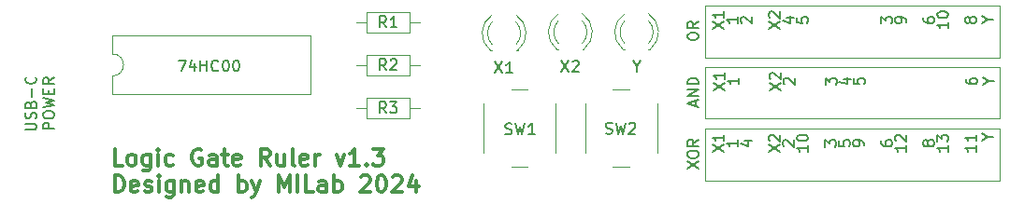
<source format=gto>
%TF.GenerationSoftware,KiCad,Pcbnew,(6.0.10)*%
%TF.CreationDate,2024-05-12T12:00:46+09:00*%
%TF.ProjectId,simpleLogicCircuit,73696d70-6c65-44c6-9f67-696343697263,rev?*%
%TF.SameCoordinates,Original*%
%TF.FileFunction,Legend,Top*%
%TF.FilePolarity,Positive*%
%FSLAX46Y46*%
G04 Gerber Fmt 4.6, Leading zero omitted, Abs format (unit mm)*
G04 Created by KiCad (PCBNEW (6.0.10)) date 2024-05-12 12:00:46*
%MOMM*%
%LPD*%
G01*
G04 APERTURE LIST*
%ADD10C,0.300000*%
%ADD11C,0.150000*%
%ADD12C,0.120000*%
G04 APERTURE END LIST*
D10*
X51466428Y-50621071D02*
X50752142Y-50621071D01*
X50752142Y-49121071D01*
X52180714Y-50621071D02*
X52037857Y-50549642D01*
X51966428Y-50478214D01*
X51895000Y-50335357D01*
X51895000Y-49906785D01*
X51966428Y-49763928D01*
X52037857Y-49692500D01*
X52180714Y-49621071D01*
X52395000Y-49621071D01*
X52537857Y-49692500D01*
X52609285Y-49763928D01*
X52680714Y-49906785D01*
X52680714Y-50335357D01*
X52609285Y-50478214D01*
X52537857Y-50549642D01*
X52395000Y-50621071D01*
X52180714Y-50621071D01*
X53966428Y-49621071D02*
X53966428Y-50835357D01*
X53895000Y-50978214D01*
X53823571Y-51049642D01*
X53680714Y-51121071D01*
X53466428Y-51121071D01*
X53323571Y-51049642D01*
X53966428Y-50549642D02*
X53823571Y-50621071D01*
X53537857Y-50621071D01*
X53395000Y-50549642D01*
X53323571Y-50478214D01*
X53252142Y-50335357D01*
X53252142Y-49906785D01*
X53323571Y-49763928D01*
X53395000Y-49692500D01*
X53537857Y-49621071D01*
X53823571Y-49621071D01*
X53966428Y-49692500D01*
X54680714Y-50621071D02*
X54680714Y-49621071D01*
X54680714Y-49121071D02*
X54609285Y-49192500D01*
X54680714Y-49263928D01*
X54752142Y-49192500D01*
X54680714Y-49121071D01*
X54680714Y-49263928D01*
X56037857Y-50549642D02*
X55895000Y-50621071D01*
X55609285Y-50621071D01*
X55466428Y-50549642D01*
X55395000Y-50478214D01*
X55323571Y-50335357D01*
X55323571Y-49906785D01*
X55395000Y-49763928D01*
X55466428Y-49692500D01*
X55609285Y-49621071D01*
X55895000Y-49621071D01*
X56037857Y-49692500D01*
X58609285Y-49192500D02*
X58466428Y-49121071D01*
X58252142Y-49121071D01*
X58037857Y-49192500D01*
X57895000Y-49335357D01*
X57823571Y-49478214D01*
X57752142Y-49763928D01*
X57752142Y-49978214D01*
X57823571Y-50263928D01*
X57895000Y-50406785D01*
X58037857Y-50549642D01*
X58252142Y-50621071D01*
X58395000Y-50621071D01*
X58609285Y-50549642D01*
X58680714Y-50478214D01*
X58680714Y-49978214D01*
X58395000Y-49978214D01*
X59966428Y-50621071D02*
X59966428Y-49835357D01*
X59895000Y-49692500D01*
X59752142Y-49621071D01*
X59466428Y-49621071D01*
X59323571Y-49692500D01*
X59966428Y-50549642D02*
X59823571Y-50621071D01*
X59466428Y-50621071D01*
X59323571Y-50549642D01*
X59252142Y-50406785D01*
X59252142Y-50263928D01*
X59323571Y-50121071D01*
X59466428Y-50049642D01*
X59823571Y-50049642D01*
X59966428Y-49978214D01*
X60466428Y-49621071D02*
X61037857Y-49621071D01*
X60680714Y-49121071D02*
X60680714Y-50406785D01*
X60752142Y-50549642D01*
X60895000Y-50621071D01*
X61037857Y-50621071D01*
X62109285Y-50549642D02*
X61966428Y-50621071D01*
X61680714Y-50621071D01*
X61537857Y-50549642D01*
X61466428Y-50406785D01*
X61466428Y-49835357D01*
X61537857Y-49692500D01*
X61680714Y-49621071D01*
X61966428Y-49621071D01*
X62109285Y-49692500D01*
X62180714Y-49835357D01*
X62180714Y-49978214D01*
X61466428Y-50121071D01*
X64823571Y-50621071D02*
X64323571Y-49906785D01*
X63966428Y-50621071D02*
X63966428Y-49121071D01*
X64537857Y-49121071D01*
X64680714Y-49192500D01*
X64752142Y-49263928D01*
X64823571Y-49406785D01*
X64823571Y-49621071D01*
X64752142Y-49763928D01*
X64680714Y-49835357D01*
X64537857Y-49906785D01*
X63966428Y-49906785D01*
X66109285Y-49621071D02*
X66109285Y-50621071D01*
X65466428Y-49621071D02*
X65466428Y-50406785D01*
X65537857Y-50549642D01*
X65680714Y-50621071D01*
X65895000Y-50621071D01*
X66037857Y-50549642D01*
X66109285Y-50478214D01*
X67037857Y-50621071D02*
X66895000Y-50549642D01*
X66823571Y-50406785D01*
X66823571Y-49121071D01*
X68180714Y-50549642D02*
X68037857Y-50621071D01*
X67752142Y-50621071D01*
X67609285Y-50549642D01*
X67537857Y-50406785D01*
X67537857Y-49835357D01*
X67609285Y-49692500D01*
X67752142Y-49621071D01*
X68037857Y-49621071D01*
X68180714Y-49692500D01*
X68252142Y-49835357D01*
X68252142Y-49978214D01*
X67537857Y-50121071D01*
X68895000Y-50621071D02*
X68895000Y-49621071D01*
X68895000Y-49906785D02*
X68966428Y-49763928D01*
X69037857Y-49692500D01*
X69180714Y-49621071D01*
X69323571Y-49621071D01*
X70823571Y-49621071D02*
X71180714Y-50621071D01*
X71537857Y-49621071D01*
X72895000Y-50621071D02*
X72037857Y-50621071D01*
X72466428Y-50621071D02*
X72466428Y-49121071D01*
X72323571Y-49335357D01*
X72180714Y-49478214D01*
X72037857Y-49549642D01*
X73537857Y-50478214D02*
X73609285Y-50549642D01*
X73537857Y-50621071D01*
X73466428Y-50549642D01*
X73537857Y-50478214D01*
X73537857Y-50621071D01*
X74109285Y-49121071D02*
X75037857Y-49121071D01*
X74537857Y-49692500D01*
X74752142Y-49692500D01*
X74895000Y-49763928D01*
X74966428Y-49835357D01*
X75037857Y-49978214D01*
X75037857Y-50335357D01*
X74966428Y-50478214D01*
X74895000Y-50549642D01*
X74752142Y-50621071D01*
X74323571Y-50621071D01*
X74180714Y-50549642D01*
X74109285Y-50478214D01*
X50752142Y-53036071D02*
X50752142Y-51536071D01*
X51109285Y-51536071D01*
X51323571Y-51607500D01*
X51466428Y-51750357D01*
X51537857Y-51893214D01*
X51609285Y-52178928D01*
X51609285Y-52393214D01*
X51537857Y-52678928D01*
X51466428Y-52821785D01*
X51323571Y-52964642D01*
X51109285Y-53036071D01*
X50752142Y-53036071D01*
X52823571Y-52964642D02*
X52680714Y-53036071D01*
X52395000Y-53036071D01*
X52252142Y-52964642D01*
X52180714Y-52821785D01*
X52180714Y-52250357D01*
X52252142Y-52107500D01*
X52395000Y-52036071D01*
X52680714Y-52036071D01*
X52823571Y-52107500D01*
X52895000Y-52250357D01*
X52895000Y-52393214D01*
X52180714Y-52536071D01*
X53466428Y-52964642D02*
X53609285Y-53036071D01*
X53895000Y-53036071D01*
X54037857Y-52964642D01*
X54109285Y-52821785D01*
X54109285Y-52750357D01*
X54037857Y-52607500D01*
X53895000Y-52536071D01*
X53680714Y-52536071D01*
X53537857Y-52464642D01*
X53466428Y-52321785D01*
X53466428Y-52250357D01*
X53537857Y-52107500D01*
X53680714Y-52036071D01*
X53895000Y-52036071D01*
X54037857Y-52107500D01*
X54752142Y-53036071D02*
X54752142Y-52036071D01*
X54752142Y-51536071D02*
X54680714Y-51607500D01*
X54752142Y-51678928D01*
X54823571Y-51607500D01*
X54752142Y-51536071D01*
X54752142Y-51678928D01*
X56109285Y-52036071D02*
X56109285Y-53250357D01*
X56037857Y-53393214D01*
X55966428Y-53464642D01*
X55823571Y-53536071D01*
X55609285Y-53536071D01*
X55466428Y-53464642D01*
X56109285Y-52964642D02*
X55966428Y-53036071D01*
X55680714Y-53036071D01*
X55537857Y-52964642D01*
X55466428Y-52893214D01*
X55395000Y-52750357D01*
X55395000Y-52321785D01*
X55466428Y-52178928D01*
X55537857Y-52107500D01*
X55680714Y-52036071D01*
X55966428Y-52036071D01*
X56109285Y-52107500D01*
X56823571Y-52036071D02*
X56823571Y-53036071D01*
X56823571Y-52178928D02*
X56895000Y-52107500D01*
X57037857Y-52036071D01*
X57252142Y-52036071D01*
X57395000Y-52107500D01*
X57466428Y-52250357D01*
X57466428Y-53036071D01*
X58752142Y-52964642D02*
X58609285Y-53036071D01*
X58323571Y-53036071D01*
X58180714Y-52964642D01*
X58109285Y-52821785D01*
X58109285Y-52250357D01*
X58180714Y-52107500D01*
X58323571Y-52036071D01*
X58609285Y-52036071D01*
X58752142Y-52107500D01*
X58823571Y-52250357D01*
X58823571Y-52393214D01*
X58109285Y-52536071D01*
X60109285Y-53036071D02*
X60109285Y-51536071D01*
X60109285Y-52964642D02*
X59966428Y-53036071D01*
X59680714Y-53036071D01*
X59537857Y-52964642D01*
X59466428Y-52893214D01*
X59395000Y-52750357D01*
X59395000Y-52321785D01*
X59466428Y-52178928D01*
X59537857Y-52107500D01*
X59680714Y-52036071D01*
X59966428Y-52036071D01*
X60109285Y-52107500D01*
X61966428Y-53036071D02*
X61966428Y-51536071D01*
X61966428Y-52107500D02*
X62109285Y-52036071D01*
X62395000Y-52036071D01*
X62537857Y-52107500D01*
X62609285Y-52178928D01*
X62680714Y-52321785D01*
X62680714Y-52750357D01*
X62609285Y-52893214D01*
X62537857Y-52964642D01*
X62395000Y-53036071D01*
X62109285Y-53036071D01*
X61966428Y-52964642D01*
X63180714Y-52036071D02*
X63537857Y-53036071D01*
X63895000Y-52036071D02*
X63537857Y-53036071D01*
X63395000Y-53393214D01*
X63323571Y-53464642D01*
X63180714Y-53536071D01*
X65609285Y-53036071D02*
X65609285Y-51536071D01*
X66109285Y-52607500D01*
X66609285Y-51536071D01*
X66609285Y-53036071D01*
X67323571Y-53036071D02*
X67323571Y-51536071D01*
X68752142Y-53036071D02*
X68037857Y-53036071D01*
X68037857Y-51536071D01*
X69895000Y-53036071D02*
X69895000Y-52250357D01*
X69823571Y-52107500D01*
X69680714Y-52036071D01*
X69395000Y-52036071D01*
X69252142Y-52107500D01*
X69895000Y-52964642D02*
X69752142Y-53036071D01*
X69395000Y-53036071D01*
X69252142Y-52964642D01*
X69180714Y-52821785D01*
X69180714Y-52678928D01*
X69252142Y-52536071D01*
X69395000Y-52464642D01*
X69752142Y-52464642D01*
X69895000Y-52393214D01*
X70609285Y-53036071D02*
X70609285Y-51536071D01*
X70609285Y-52107500D02*
X70752142Y-52036071D01*
X71037857Y-52036071D01*
X71180714Y-52107500D01*
X71252142Y-52178928D01*
X71323571Y-52321785D01*
X71323571Y-52750357D01*
X71252142Y-52893214D01*
X71180714Y-52964642D01*
X71037857Y-53036071D01*
X70752142Y-53036071D01*
X70609285Y-52964642D01*
X73037857Y-51678928D02*
X73109285Y-51607500D01*
X73252142Y-51536071D01*
X73609285Y-51536071D01*
X73752142Y-51607500D01*
X73823571Y-51678928D01*
X73895000Y-51821785D01*
X73895000Y-51964642D01*
X73823571Y-52178928D01*
X72966428Y-53036071D01*
X73895000Y-53036071D01*
X74823571Y-51536071D02*
X74966428Y-51536071D01*
X75109285Y-51607500D01*
X75180714Y-51678928D01*
X75252142Y-51821785D01*
X75323571Y-52107500D01*
X75323571Y-52464642D01*
X75252142Y-52750357D01*
X75180714Y-52893214D01*
X75109285Y-52964642D01*
X74966428Y-53036071D01*
X74823571Y-53036071D01*
X74680714Y-52964642D01*
X74609285Y-52893214D01*
X74537857Y-52750357D01*
X74466428Y-52464642D01*
X74466428Y-52107500D01*
X74537857Y-51821785D01*
X74609285Y-51678928D01*
X74680714Y-51607500D01*
X74823571Y-51536071D01*
X75895000Y-51678928D02*
X75966428Y-51607500D01*
X76109285Y-51536071D01*
X76466428Y-51536071D01*
X76609285Y-51607500D01*
X76680714Y-51678928D01*
X76752142Y-51821785D01*
X76752142Y-51964642D01*
X76680714Y-52178928D01*
X75823571Y-53036071D01*
X76752142Y-53036071D01*
X78037857Y-52036071D02*
X78037857Y-53036071D01*
X77680714Y-51464642D02*
X77323571Y-52536071D01*
X78252142Y-52536071D01*
D11*
X42647380Y-47380952D02*
X43456904Y-47380952D01*
X43552142Y-47333333D01*
X43599761Y-47285714D01*
X43647380Y-47190476D01*
X43647380Y-47000000D01*
X43599761Y-46904761D01*
X43552142Y-46857142D01*
X43456904Y-46809523D01*
X42647380Y-46809523D01*
X43599761Y-46380952D02*
X43647380Y-46238095D01*
X43647380Y-46000000D01*
X43599761Y-45904761D01*
X43552142Y-45857142D01*
X43456904Y-45809523D01*
X43361666Y-45809523D01*
X43266428Y-45857142D01*
X43218809Y-45904761D01*
X43171190Y-46000000D01*
X43123571Y-46190476D01*
X43075952Y-46285714D01*
X43028333Y-46333333D01*
X42933095Y-46380952D01*
X42837857Y-46380952D01*
X42742619Y-46333333D01*
X42695000Y-46285714D01*
X42647380Y-46190476D01*
X42647380Y-45952380D01*
X42695000Y-45809523D01*
X43123571Y-45047619D02*
X43171190Y-44904761D01*
X43218809Y-44857142D01*
X43314047Y-44809523D01*
X43456904Y-44809523D01*
X43552142Y-44857142D01*
X43599761Y-44904761D01*
X43647380Y-45000000D01*
X43647380Y-45380952D01*
X42647380Y-45380952D01*
X42647380Y-45047619D01*
X42695000Y-44952380D01*
X42742619Y-44904761D01*
X42837857Y-44857142D01*
X42933095Y-44857142D01*
X43028333Y-44904761D01*
X43075952Y-44952380D01*
X43123571Y-45047619D01*
X43123571Y-45380952D01*
X43266428Y-44380952D02*
X43266428Y-43619047D01*
X43552142Y-42571428D02*
X43599761Y-42619047D01*
X43647380Y-42761904D01*
X43647380Y-42857142D01*
X43599761Y-43000000D01*
X43504523Y-43095238D01*
X43409285Y-43142857D01*
X43218809Y-43190476D01*
X43075952Y-43190476D01*
X42885476Y-43142857D01*
X42790238Y-43095238D01*
X42695000Y-43000000D01*
X42647380Y-42857142D01*
X42647380Y-42761904D01*
X42695000Y-42619047D01*
X42742619Y-42571428D01*
X45257380Y-47309523D02*
X44257380Y-47309523D01*
X44257380Y-46928571D01*
X44305000Y-46833333D01*
X44352619Y-46785714D01*
X44447857Y-46738095D01*
X44590714Y-46738095D01*
X44685952Y-46785714D01*
X44733571Y-46833333D01*
X44781190Y-46928571D01*
X44781190Y-47309523D01*
X44257380Y-46119047D02*
X44257380Y-45928571D01*
X44305000Y-45833333D01*
X44400238Y-45738095D01*
X44590714Y-45690476D01*
X44924047Y-45690476D01*
X45114523Y-45738095D01*
X45209761Y-45833333D01*
X45257380Y-45928571D01*
X45257380Y-46119047D01*
X45209761Y-46214285D01*
X45114523Y-46309523D01*
X44924047Y-46357142D01*
X44590714Y-46357142D01*
X44400238Y-46309523D01*
X44305000Y-46214285D01*
X44257380Y-46119047D01*
X44257380Y-45357142D02*
X45257380Y-45119047D01*
X44543095Y-44928571D01*
X45257380Y-44738095D01*
X44257380Y-44500000D01*
X44733571Y-44119047D02*
X44733571Y-43785714D01*
X45257380Y-43642857D02*
X45257380Y-44119047D01*
X44257380Y-44119047D01*
X44257380Y-43642857D01*
X45257380Y-42642857D02*
X44781190Y-42976190D01*
X45257380Y-43214285D02*
X44257380Y-43214285D01*
X44257380Y-42833333D01*
X44305000Y-42738095D01*
X44352619Y-42690476D01*
X44447857Y-42642857D01*
X44590714Y-42642857D01*
X44685952Y-42690476D01*
X44733571Y-42738095D01*
X44781190Y-42833333D01*
X44781190Y-43214285D01*
%TO.C,X1*%
X85190476Y-41202380D02*
X85857142Y-42202380D01*
X85857142Y-41202380D02*
X85190476Y-42202380D01*
X86761904Y-42202380D02*
X86190476Y-42202380D01*
X86476190Y-42202380D02*
X86476190Y-41202380D01*
X86380952Y-41345238D01*
X86285714Y-41440476D01*
X86190476Y-41488095D01*
%TO.C,AND*%
X103315666Y-45198404D02*
X103315666Y-44722214D01*
X103601380Y-45293642D02*
X102601380Y-44960309D01*
X103601380Y-44626976D01*
X103601380Y-44293642D02*
X102601380Y-44293642D01*
X103601380Y-43722214D01*
X102601380Y-43722214D01*
X103601380Y-43246023D02*
X102601380Y-43246023D01*
X102601380Y-43007928D01*
X102649000Y-42865071D01*
X102744238Y-42769833D01*
X102839476Y-42722214D01*
X103029952Y-42674595D01*
X103172809Y-42674595D01*
X103363285Y-42722214D01*
X103458523Y-42769833D01*
X103553761Y-42865071D01*
X103601380Y-43007928D01*
X103601380Y-43246023D01*
X116720714Y-42762023D02*
X117387380Y-42762023D01*
X116339761Y-43000119D02*
X117054047Y-43238214D01*
X117054047Y-42619166D01*
X107227380Y-42666785D02*
X107227380Y-43238214D01*
X107227380Y-42952500D02*
X106227380Y-42952500D01*
X106370238Y-43047738D01*
X106465476Y-43142976D01*
X106513095Y-43238214D01*
X110037380Y-43762023D02*
X111037380Y-43095357D01*
X110037380Y-43095357D02*
X111037380Y-43762023D01*
X110132619Y-42762023D02*
X110085000Y-42714404D01*
X110037380Y-42619166D01*
X110037380Y-42381071D01*
X110085000Y-42285833D01*
X110132619Y-42238214D01*
X110227857Y-42190595D01*
X110323095Y-42190595D01*
X110465952Y-42238214D01*
X111037380Y-42809642D01*
X111037380Y-42190595D01*
X111402619Y-43238214D02*
X111355000Y-43190595D01*
X111307380Y-43095357D01*
X111307380Y-42857261D01*
X111355000Y-42762023D01*
X111402619Y-42714404D01*
X111497857Y-42666785D01*
X111593095Y-42666785D01*
X111735952Y-42714404D01*
X112307380Y-43285833D01*
X112307380Y-42666785D01*
X115117380Y-43285833D02*
X115117380Y-42666785D01*
X115498333Y-43000119D01*
X115498333Y-42857261D01*
X115545952Y-42762023D01*
X115593571Y-42714404D01*
X115688809Y-42666785D01*
X115926904Y-42666785D01*
X116022142Y-42714404D01*
X116069761Y-42762023D01*
X116117380Y-42857261D01*
X116117380Y-43142976D01*
X116069761Y-43238214D01*
X116022142Y-43285833D01*
X127817380Y-42762023D02*
X127817380Y-42952500D01*
X127865000Y-43047738D01*
X127912619Y-43095357D01*
X128055476Y-43190595D01*
X128245952Y-43238214D01*
X128626904Y-43238214D01*
X128722142Y-43190595D01*
X128769761Y-43142976D01*
X128817380Y-43047738D01*
X128817380Y-42857261D01*
X128769761Y-42762023D01*
X128722142Y-42714404D01*
X128626904Y-42666785D01*
X128388809Y-42666785D01*
X128293571Y-42714404D01*
X128245952Y-42762023D01*
X128198333Y-42857261D01*
X128198333Y-43047738D01*
X128245952Y-43142976D01*
X128293571Y-43190595D01*
X128388809Y-43238214D01*
X117657380Y-42714404D02*
X117657380Y-43190595D01*
X118133571Y-43238214D01*
X118085952Y-43190595D01*
X118038333Y-43095357D01*
X118038333Y-42857261D01*
X118085952Y-42762023D01*
X118133571Y-42714404D01*
X118228809Y-42666785D01*
X118466904Y-42666785D01*
X118562142Y-42714404D01*
X118609761Y-42762023D01*
X118657380Y-42857261D01*
X118657380Y-43095357D01*
X118609761Y-43190595D01*
X118562142Y-43238214D01*
X129865190Y-42952500D02*
X130341380Y-42952500D01*
X129341380Y-43285833D02*
X129865190Y-42952500D01*
X129341380Y-42619166D01*
X104957380Y-43762023D02*
X105957380Y-43095357D01*
X104957380Y-43095357D02*
X105957380Y-43762023D01*
X105957380Y-42190595D02*
X105957380Y-42762023D01*
X105957380Y-42476309D02*
X104957380Y-42476309D01*
X105100238Y-42571547D01*
X105195476Y-42666785D01*
X105243095Y-42762023D01*
%TO.C,X2*%
X91190476Y-41102380D02*
X91857142Y-42102380D01*
X91857142Y-41102380D02*
X91190476Y-42102380D01*
X92190476Y-41197619D02*
X92238095Y-41150000D01*
X92333333Y-41102380D01*
X92571428Y-41102380D01*
X92666666Y-41150000D01*
X92714285Y-41197619D01*
X92761904Y-41292857D01*
X92761904Y-41388095D01*
X92714285Y-41530952D01*
X92142857Y-42102380D01*
X92761904Y-42102380D01*
%TO.C,Y*%
X98000000Y-41626190D02*
X98000000Y-42102380D01*
X97666666Y-41102380D02*
X98000000Y-41626190D01*
X98333333Y-41102380D01*
%TO.C,R3*%
X75333333Y-45852380D02*
X75000000Y-45376190D01*
X74761904Y-45852380D02*
X74761904Y-44852380D01*
X75142857Y-44852380D01*
X75238095Y-44900000D01*
X75285714Y-44947619D01*
X75333333Y-45042857D01*
X75333333Y-45185714D01*
X75285714Y-45280952D01*
X75238095Y-45328571D01*
X75142857Y-45376190D01*
X74761904Y-45376190D01*
X75666666Y-44852380D02*
X76285714Y-44852380D01*
X75952380Y-45233333D01*
X76095238Y-45233333D01*
X76190476Y-45280952D01*
X76238095Y-45328571D01*
X76285714Y-45423809D01*
X76285714Y-45661904D01*
X76238095Y-45757142D01*
X76190476Y-45804761D01*
X76095238Y-45852380D01*
X75809523Y-45852380D01*
X75714285Y-45804761D01*
X75666666Y-45757142D01*
%TO.C,SW2*%
X95216666Y-47704761D02*
X95359523Y-47752380D01*
X95597619Y-47752380D01*
X95692857Y-47704761D01*
X95740476Y-47657142D01*
X95788095Y-47561904D01*
X95788095Y-47466666D01*
X95740476Y-47371428D01*
X95692857Y-47323809D01*
X95597619Y-47276190D01*
X95407142Y-47228571D01*
X95311904Y-47180952D01*
X95264285Y-47133333D01*
X95216666Y-47038095D01*
X95216666Y-46942857D01*
X95264285Y-46847619D01*
X95311904Y-46800000D01*
X95407142Y-46752380D01*
X95645238Y-46752380D01*
X95788095Y-46800000D01*
X96121428Y-46752380D02*
X96359523Y-47752380D01*
X96550000Y-47038095D01*
X96740476Y-47752380D01*
X96978571Y-46752380D01*
X97311904Y-46847619D02*
X97359523Y-46800000D01*
X97454761Y-46752380D01*
X97692857Y-46752380D01*
X97788095Y-46800000D01*
X97835714Y-46847619D01*
X97883333Y-46942857D01*
X97883333Y-47038095D01*
X97835714Y-47180952D01*
X97264285Y-47752380D01*
X97883333Y-47752380D01*
%TO.C,R2*%
X75333333Y-41952380D02*
X75000000Y-41476190D01*
X74761904Y-41952380D02*
X74761904Y-40952380D01*
X75142857Y-40952380D01*
X75238095Y-41000000D01*
X75285714Y-41047619D01*
X75333333Y-41142857D01*
X75333333Y-41285714D01*
X75285714Y-41380952D01*
X75238095Y-41428571D01*
X75142857Y-41476190D01*
X74761904Y-41476190D01*
X75714285Y-41047619D02*
X75761904Y-41000000D01*
X75857142Y-40952380D01*
X76095238Y-40952380D01*
X76190476Y-41000000D01*
X76238095Y-41047619D01*
X76285714Y-41142857D01*
X76285714Y-41238095D01*
X76238095Y-41380952D01*
X75666666Y-41952380D01*
X76285714Y-41952380D01*
%TO.C,74HC00*%
X56514285Y-41052380D02*
X57180952Y-41052380D01*
X56752380Y-42052380D01*
X57990476Y-41385714D02*
X57990476Y-42052380D01*
X57752380Y-41004761D02*
X57514285Y-41719047D01*
X58133333Y-41719047D01*
X58514285Y-42052380D02*
X58514285Y-41052380D01*
X58514285Y-41528571D02*
X59085714Y-41528571D01*
X59085714Y-42052380D02*
X59085714Y-41052380D01*
X60133333Y-41957142D02*
X60085714Y-42004761D01*
X59942857Y-42052380D01*
X59847619Y-42052380D01*
X59704761Y-42004761D01*
X59609523Y-41909523D01*
X59561904Y-41814285D01*
X59514285Y-41623809D01*
X59514285Y-41480952D01*
X59561904Y-41290476D01*
X59609523Y-41195238D01*
X59704761Y-41100000D01*
X59847619Y-41052380D01*
X59942857Y-41052380D01*
X60085714Y-41100000D01*
X60133333Y-41147619D01*
X60752380Y-41052380D02*
X60847619Y-41052380D01*
X60942857Y-41100000D01*
X60990476Y-41147619D01*
X61038095Y-41242857D01*
X61085714Y-41433333D01*
X61085714Y-41671428D01*
X61038095Y-41861904D01*
X60990476Y-41957142D01*
X60942857Y-42004761D01*
X60847619Y-42052380D01*
X60752380Y-42052380D01*
X60657142Y-42004761D01*
X60609523Y-41957142D01*
X60561904Y-41861904D01*
X60514285Y-41671428D01*
X60514285Y-41433333D01*
X60561904Y-41242857D01*
X60609523Y-41147619D01*
X60657142Y-41100000D01*
X60752380Y-41052380D01*
X61704761Y-41052380D02*
X61800000Y-41052380D01*
X61895238Y-41100000D01*
X61942857Y-41147619D01*
X61990476Y-41242857D01*
X62038095Y-41433333D01*
X62038095Y-41671428D01*
X61990476Y-41861904D01*
X61942857Y-41957142D01*
X61895238Y-42004761D01*
X61800000Y-42052380D01*
X61704761Y-42052380D01*
X61609523Y-42004761D01*
X61561904Y-41957142D01*
X61514285Y-41861904D01*
X61466666Y-41671428D01*
X61466666Y-41433333D01*
X61514285Y-41242857D01*
X61561904Y-41147619D01*
X61609523Y-41100000D01*
X61704761Y-41052380D01*
%TO.C,XOR*%
X102601380Y-50941142D02*
X103601380Y-50274476D01*
X102601380Y-50274476D02*
X103601380Y-50941142D01*
X102601380Y-49703047D02*
X102601380Y-49512571D01*
X102649000Y-49417333D01*
X102744238Y-49322095D01*
X102934714Y-49274476D01*
X103268047Y-49274476D01*
X103458523Y-49322095D01*
X103553761Y-49417333D01*
X103601380Y-49512571D01*
X103601380Y-49703047D01*
X103553761Y-49798285D01*
X103458523Y-49893523D01*
X103268047Y-49941142D01*
X102934714Y-49941142D01*
X102744238Y-49893523D01*
X102649000Y-49798285D01*
X102601380Y-49703047D01*
X103601380Y-48274476D02*
X103125190Y-48607809D01*
X103601380Y-48845904D02*
X102601380Y-48845904D01*
X102601380Y-48464952D01*
X102649000Y-48369714D01*
X102696619Y-48322095D01*
X102791857Y-48274476D01*
X102934714Y-48274476D01*
X103029952Y-48322095D01*
X103077571Y-48369714D01*
X103125190Y-48464952D01*
X103125190Y-48845904D01*
X111332619Y-48885714D02*
X111285000Y-48838095D01*
X111237380Y-48742857D01*
X111237380Y-48504761D01*
X111285000Y-48409523D01*
X111332619Y-48361904D01*
X111427857Y-48314285D01*
X111523095Y-48314285D01*
X111665952Y-48361904D01*
X112237380Y-48933333D01*
X112237380Y-48314285D01*
X116317380Y-48361904D02*
X116317380Y-48838095D01*
X116793571Y-48885714D01*
X116745952Y-48838095D01*
X116698333Y-48742857D01*
X116698333Y-48504761D01*
X116745952Y-48409523D01*
X116793571Y-48361904D01*
X116888809Y-48314285D01*
X117126904Y-48314285D01*
X117222142Y-48361904D01*
X117269761Y-48409523D01*
X117317380Y-48504761D01*
X117317380Y-48742857D01*
X117269761Y-48838095D01*
X117222142Y-48885714D01*
X109967380Y-49409523D02*
X110967380Y-48742857D01*
X109967380Y-48742857D02*
X110967380Y-49409523D01*
X110062619Y-48409523D02*
X110015000Y-48361904D01*
X109967380Y-48266666D01*
X109967380Y-48028571D01*
X110015000Y-47933333D01*
X110062619Y-47885714D01*
X110157857Y-47838095D01*
X110253095Y-47838095D01*
X110395952Y-47885714D01*
X110967380Y-48457142D01*
X110967380Y-47838095D01*
X104887380Y-49409523D02*
X105887380Y-48742857D01*
X104887380Y-48742857D02*
X105887380Y-49409523D01*
X105887380Y-47838095D02*
X105887380Y-48409523D01*
X105887380Y-48123809D02*
X104887380Y-48123809D01*
X105030238Y-48219047D01*
X105125476Y-48314285D01*
X105173095Y-48409523D01*
X124365952Y-48695238D02*
X124318333Y-48790476D01*
X124270714Y-48838095D01*
X124175476Y-48885714D01*
X124127857Y-48885714D01*
X124032619Y-48838095D01*
X123985000Y-48790476D01*
X123937380Y-48695238D01*
X123937380Y-48504761D01*
X123985000Y-48409523D01*
X124032619Y-48361904D01*
X124127857Y-48314285D01*
X124175476Y-48314285D01*
X124270714Y-48361904D01*
X124318333Y-48409523D01*
X124365952Y-48504761D01*
X124365952Y-48695238D01*
X124413571Y-48790476D01*
X124461190Y-48838095D01*
X124556428Y-48885714D01*
X124746904Y-48885714D01*
X124842142Y-48838095D01*
X124889761Y-48790476D01*
X124937380Y-48695238D01*
X124937380Y-48504761D01*
X124889761Y-48409523D01*
X124842142Y-48361904D01*
X124746904Y-48314285D01*
X124556428Y-48314285D01*
X124461190Y-48361904D01*
X124413571Y-48409523D01*
X124365952Y-48504761D01*
X115047380Y-48933333D02*
X115047380Y-48314285D01*
X115428333Y-48647619D01*
X115428333Y-48504761D01*
X115475952Y-48409523D01*
X115523571Y-48361904D01*
X115618809Y-48314285D01*
X115856904Y-48314285D01*
X115952142Y-48361904D01*
X115999761Y-48409523D01*
X116047380Y-48504761D01*
X116047380Y-48790476D01*
X115999761Y-48885714D01*
X115952142Y-48933333D01*
X113507380Y-48790476D02*
X113507380Y-49361904D01*
X113507380Y-49076190D02*
X112507380Y-49076190D01*
X112650238Y-49171428D01*
X112745476Y-49266666D01*
X112793095Y-49361904D01*
X112507380Y-48171428D02*
X112507380Y-48076190D01*
X112555000Y-47980952D01*
X112602619Y-47933333D01*
X112697857Y-47885714D01*
X112888333Y-47838095D01*
X113126428Y-47838095D01*
X113316904Y-47885714D01*
X113412142Y-47933333D01*
X113459761Y-47980952D01*
X113507380Y-48076190D01*
X113507380Y-48171428D01*
X113459761Y-48266666D01*
X113412142Y-48314285D01*
X113316904Y-48361904D01*
X113126428Y-48409523D01*
X112888333Y-48409523D01*
X112697857Y-48361904D01*
X112602619Y-48314285D01*
X112555000Y-48266666D01*
X112507380Y-48171428D01*
X107157380Y-48314285D02*
X107157380Y-48885714D01*
X107157380Y-48600000D02*
X106157380Y-48600000D01*
X106300238Y-48695238D01*
X106395476Y-48790476D01*
X106443095Y-48885714D01*
X107760714Y-48409523D02*
X108427380Y-48409523D01*
X107379761Y-48647619D02*
X108094047Y-48885714D01*
X108094047Y-48266666D01*
X129795190Y-48060000D02*
X130271380Y-48060000D01*
X129271380Y-48393333D02*
X129795190Y-48060000D01*
X129271380Y-47726666D01*
X128747380Y-48790476D02*
X128747380Y-49361904D01*
X128747380Y-49076190D02*
X127747380Y-49076190D01*
X127890238Y-49171428D01*
X127985476Y-49266666D01*
X128033095Y-49361904D01*
X128747380Y-47838095D02*
X128747380Y-48409523D01*
X128747380Y-48123809D02*
X127747380Y-48123809D01*
X127890238Y-48219047D01*
X127985476Y-48314285D01*
X128033095Y-48409523D01*
X126207380Y-48790476D02*
X126207380Y-49361904D01*
X126207380Y-49076190D02*
X125207380Y-49076190D01*
X125350238Y-49171428D01*
X125445476Y-49266666D01*
X125493095Y-49361904D01*
X125207380Y-48457142D02*
X125207380Y-47838095D01*
X125588333Y-48171428D01*
X125588333Y-48028571D01*
X125635952Y-47933333D01*
X125683571Y-47885714D01*
X125778809Y-47838095D01*
X126016904Y-47838095D01*
X126112142Y-47885714D01*
X126159761Y-47933333D01*
X126207380Y-48028571D01*
X126207380Y-48314285D01*
X126159761Y-48409523D01*
X126112142Y-48457142D01*
X120127380Y-48409523D02*
X120127380Y-48600000D01*
X120175000Y-48695238D01*
X120222619Y-48742857D01*
X120365476Y-48838095D01*
X120555952Y-48885714D01*
X120936904Y-48885714D01*
X121032142Y-48838095D01*
X121079761Y-48790476D01*
X121127380Y-48695238D01*
X121127380Y-48504761D01*
X121079761Y-48409523D01*
X121032142Y-48361904D01*
X120936904Y-48314285D01*
X120698809Y-48314285D01*
X120603571Y-48361904D01*
X120555952Y-48409523D01*
X120508333Y-48504761D01*
X120508333Y-48695238D01*
X120555952Y-48790476D01*
X120603571Y-48838095D01*
X120698809Y-48885714D01*
X122397380Y-48790476D02*
X122397380Y-49361904D01*
X122397380Y-49076190D02*
X121397380Y-49076190D01*
X121540238Y-49171428D01*
X121635476Y-49266666D01*
X121683095Y-49361904D01*
X121492619Y-48409523D02*
X121445000Y-48361904D01*
X121397380Y-48266666D01*
X121397380Y-48028571D01*
X121445000Y-47933333D01*
X121492619Y-47885714D01*
X121587857Y-47838095D01*
X121683095Y-47838095D01*
X121825952Y-47885714D01*
X122397380Y-48457142D01*
X122397380Y-47838095D01*
X118587380Y-48790476D02*
X118587380Y-48600000D01*
X118539761Y-48504761D01*
X118492142Y-48457142D01*
X118349285Y-48361904D01*
X118158809Y-48314285D01*
X117777857Y-48314285D01*
X117682619Y-48361904D01*
X117635000Y-48409523D01*
X117587380Y-48504761D01*
X117587380Y-48695238D01*
X117635000Y-48790476D01*
X117682619Y-48838095D01*
X117777857Y-48885714D01*
X118015952Y-48885714D01*
X118111190Y-48838095D01*
X118158809Y-48790476D01*
X118206428Y-48695238D01*
X118206428Y-48504761D01*
X118158809Y-48409523D01*
X118111190Y-48361904D01*
X118015952Y-48314285D01*
%TO.C,OR*%
X102601380Y-38979238D02*
X102601380Y-38788761D01*
X102649000Y-38693523D01*
X102744238Y-38598285D01*
X102934714Y-38550666D01*
X103268047Y-38550666D01*
X103458523Y-38598285D01*
X103553761Y-38693523D01*
X103601380Y-38788761D01*
X103601380Y-38979238D01*
X103553761Y-39074476D01*
X103458523Y-39169714D01*
X103268047Y-39217333D01*
X102934714Y-39217333D01*
X102744238Y-39169714D01*
X102649000Y-39074476D01*
X102601380Y-38979238D01*
X103601380Y-37550666D02*
X103125190Y-37884000D01*
X103601380Y-38122095D02*
X102601380Y-38122095D01*
X102601380Y-37741142D01*
X102649000Y-37645904D01*
X102696619Y-37598285D01*
X102791857Y-37550666D01*
X102934714Y-37550666D01*
X103029952Y-37598285D01*
X103077571Y-37645904D01*
X103125190Y-37741142D01*
X103125190Y-38122095D01*
X122397380Y-37590476D02*
X122397380Y-37400000D01*
X122349761Y-37304761D01*
X122302142Y-37257142D01*
X122159285Y-37161904D01*
X121968809Y-37114285D01*
X121587857Y-37114285D01*
X121492619Y-37161904D01*
X121445000Y-37209523D01*
X121397380Y-37304761D01*
X121397380Y-37495238D01*
X121445000Y-37590476D01*
X121492619Y-37638095D01*
X121587857Y-37685714D01*
X121825952Y-37685714D01*
X121921190Y-37638095D01*
X121968809Y-37590476D01*
X122016428Y-37495238D01*
X122016428Y-37304761D01*
X121968809Y-37209523D01*
X121921190Y-37161904D01*
X121825952Y-37114285D01*
X120127380Y-37733333D02*
X120127380Y-37114285D01*
X120508333Y-37447619D01*
X120508333Y-37304761D01*
X120555952Y-37209523D01*
X120603571Y-37161904D01*
X120698809Y-37114285D01*
X120936904Y-37114285D01*
X121032142Y-37161904D01*
X121079761Y-37209523D01*
X121127380Y-37304761D01*
X121127380Y-37590476D01*
X121079761Y-37685714D01*
X121032142Y-37733333D01*
X123937380Y-37209523D02*
X123937380Y-37400000D01*
X123985000Y-37495238D01*
X124032619Y-37542857D01*
X124175476Y-37638095D01*
X124365952Y-37685714D01*
X124746904Y-37685714D01*
X124842142Y-37638095D01*
X124889761Y-37590476D01*
X124937380Y-37495238D01*
X124937380Y-37304761D01*
X124889761Y-37209523D01*
X124842142Y-37161904D01*
X124746904Y-37114285D01*
X124508809Y-37114285D01*
X124413571Y-37161904D01*
X124365952Y-37209523D01*
X124318333Y-37304761D01*
X124318333Y-37495238D01*
X124365952Y-37590476D01*
X124413571Y-37638095D01*
X124508809Y-37685714D01*
X129795190Y-37400000D02*
X130271380Y-37400000D01*
X129271380Y-37733333D02*
X129795190Y-37400000D01*
X129271380Y-37066666D01*
X107522619Y-37685714D02*
X107475000Y-37638095D01*
X107427380Y-37542857D01*
X107427380Y-37304761D01*
X107475000Y-37209523D01*
X107522619Y-37161904D01*
X107617857Y-37114285D01*
X107713095Y-37114285D01*
X107855952Y-37161904D01*
X108427380Y-37733333D01*
X108427380Y-37114285D01*
X111570714Y-37209523D02*
X112237380Y-37209523D01*
X111189761Y-37447619D02*
X111904047Y-37685714D01*
X111904047Y-37066666D01*
X126207380Y-37590476D02*
X126207380Y-38161904D01*
X126207380Y-37876190D02*
X125207380Y-37876190D01*
X125350238Y-37971428D01*
X125445476Y-38066666D01*
X125493095Y-38161904D01*
X125207380Y-36971428D02*
X125207380Y-36876190D01*
X125255000Y-36780952D01*
X125302619Y-36733333D01*
X125397857Y-36685714D01*
X125588333Y-36638095D01*
X125826428Y-36638095D01*
X126016904Y-36685714D01*
X126112142Y-36733333D01*
X126159761Y-36780952D01*
X126207380Y-36876190D01*
X126207380Y-36971428D01*
X126159761Y-37066666D01*
X126112142Y-37114285D01*
X126016904Y-37161904D01*
X125826428Y-37209523D01*
X125588333Y-37209523D01*
X125397857Y-37161904D01*
X125302619Y-37114285D01*
X125255000Y-37066666D01*
X125207380Y-36971428D01*
X109967380Y-38209523D02*
X110967380Y-37542857D01*
X109967380Y-37542857D02*
X110967380Y-38209523D01*
X110062619Y-37209523D02*
X110015000Y-37161904D01*
X109967380Y-37066666D01*
X109967380Y-36828571D01*
X110015000Y-36733333D01*
X110062619Y-36685714D01*
X110157857Y-36638095D01*
X110253095Y-36638095D01*
X110395952Y-36685714D01*
X110967380Y-37257142D01*
X110967380Y-36638095D01*
X107157380Y-37114285D02*
X107157380Y-37685714D01*
X107157380Y-37400000D02*
X106157380Y-37400000D01*
X106300238Y-37495238D01*
X106395476Y-37590476D01*
X106443095Y-37685714D01*
X112507380Y-37161904D02*
X112507380Y-37638095D01*
X112983571Y-37685714D01*
X112935952Y-37638095D01*
X112888333Y-37542857D01*
X112888333Y-37304761D01*
X112935952Y-37209523D01*
X112983571Y-37161904D01*
X113078809Y-37114285D01*
X113316904Y-37114285D01*
X113412142Y-37161904D01*
X113459761Y-37209523D01*
X113507380Y-37304761D01*
X113507380Y-37542857D01*
X113459761Y-37638095D01*
X113412142Y-37685714D01*
X104887380Y-38209523D02*
X105887380Y-37542857D01*
X104887380Y-37542857D02*
X105887380Y-38209523D01*
X105887380Y-36638095D02*
X105887380Y-37209523D01*
X105887380Y-36923809D02*
X104887380Y-36923809D01*
X105030238Y-37019047D01*
X105125476Y-37114285D01*
X105173095Y-37209523D01*
X128175952Y-37495238D02*
X128128333Y-37590476D01*
X128080714Y-37638095D01*
X127985476Y-37685714D01*
X127937857Y-37685714D01*
X127842619Y-37638095D01*
X127795000Y-37590476D01*
X127747380Y-37495238D01*
X127747380Y-37304761D01*
X127795000Y-37209523D01*
X127842619Y-37161904D01*
X127937857Y-37114285D01*
X127985476Y-37114285D01*
X128080714Y-37161904D01*
X128128333Y-37209523D01*
X128175952Y-37304761D01*
X128175952Y-37495238D01*
X128223571Y-37590476D01*
X128271190Y-37638095D01*
X128366428Y-37685714D01*
X128556904Y-37685714D01*
X128652142Y-37638095D01*
X128699761Y-37590476D01*
X128747380Y-37495238D01*
X128747380Y-37304761D01*
X128699761Y-37209523D01*
X128652142Y-37161904D01*
X128556904Y-37114285D01*
X128366428Y-37114285D01*
X128271190Y-37161904D01*
X128223571Y-37209523D01*
X128175952Y-37304761D01*
%TO.C,SW1*%
X86116666Y-47754761D02*
X86259523Y-47802380D01*
X86497619Y-47802380D01*
X86592857Y-47754761D01*
X86640476Y-47707142D01*
X86688095Y-47611904D01*
X86688095Y-47516666D01*
X86640476Y-47421428D01*
X86592857Y-47373809D01*
X86497619Y-47326190D01*
X86307142Y-47278571D01*
X86211904Y-47230952D01*
X86164285Y-47183333D01*
X86116666Y-47088095D01*
X86116666Y-46992857D01*
X86164285Y-46897619D01*
X86211904Y-46850000D01*
X86307142Y-46802380D01*
X86545238Y-46802380D01*
X86688095Y-46850000D01*
X87021428Y-46802380D02*
X87259523Y-47802380D01*
X87450000Y-47088095D01*
X87640476Y-47802380D01*
X87878571Y-46802380D01*
X88783333Y-47802380D02*
X88211904Y-47802380D01*
X88497619Y-47802380D02*
X88497619Y-46802380D01*
X88402380Y-46945238D01*
X88307142Y-47040476D01*
X88211904Y-47088095D01*
%TO.C,R1*%
X75333333Y-38052380D02*
X75000000Y-37576190D01*
X74761904Y-38052380D02*
X74761904Y-37052380D01*
X75142857Y-37052380D01*
X75238095Y-37100000D01*
X75285714Y-37147619D01*
X75333333Y-37242857D01*
X75333333Y-37385714D01*
X75285714Y-37480952D01*
X75238095Y-37528571D01*
X75142857Y-37576190D01*
X74761904Y-37576190D01*
X76285714Y-38052380D02*
X75714285Y-38052380D01*
X76000000Y-38052380D02*
X76000000Y-37052380D01*
X75904761Y-37195238D01*
X75809523Y-37290476D01*
X75714285Y-37338095D01*
D12*
%TO.C,X1*%
X84764000Y-40170000D02*
X84920000Y-40170000D01*
X87080000Y-40170000D02*
X87236000Y-40170000D01*
X87235516Y-40170000D02*
G75*
G03*
X87078608Y-36937665I-1235516J1560000D01*
G01*
X84920163Y-37568870D02*
G75*
G03*
X84920000Y-39650961I1079837J-1041130D01*
G01*
X87080000Y-39650961D02*
G75*
G03*
X87079837Y-37568870I-1080000J1040961D01*
G01*
X84921392Y-36937665D02*
G75*
G03*
X84764484Y-40170000I1078608J-1672335D01*
G01*
%TO.C,AND*%
X104165000Y-41642500D02*
X130835000Y-41642500D01*
X130835000Y-41642500D02*
X130835000Y-46357500D01*
X130835000Y-46357500D02*
X104165000Y-46357500D01*
X104165000Y-46357500D02*
X104165000Y-41642500D01*
%TO.C,X2*%
X90764000Y-40065000D02*
X90920000Y-40065000D01*
X93080000Y-40065000D02*
X93236000Y-40065000D01*
X93080000Y-39545961D02*
G75*
G03*
X93079837Y-37463870I-1080000J1040961D01*
G01*
X90920163Y-37463870D02*
G75*
G03*
X90920000Y-39545961I1079837J-1041130D01*
G01*
X90921392Y-36832665D02*
G75*
G03*
X90764484Y-40065000I1078608J-1672335D01*
G01*
X93235516Y-40065000D02*
G75*
G03*
X93078608Y-36832665I-1235516J1560000D01*
G01*
%TO.C,Y*%
X99080000Y-40065000D02*
X99236000Y-40065000D01*
X96764000Y-40065000D02*
X96920000Y-40065000D01*
X96921392Y-36832665D02*
G75*
G03*
X96764484Y-40065000I1078608J-1672335D01*
G01*
X96920163Y-37463870D02*
G75*
G03*
X96920000Y-39545961I1079837J-1041130D01*
G01*
X99235516Y-40065000D02*
G75*
G03*
X99078608Y-36832665I-1235516J1560000D01*
G01*
X99080000Y-39545961D02*
G75*
G03*
X99079837Y-37463870I-1080000J1040961D01*
G01*
%TO.C,R3*%
X72630000Y-45400000D02*
X73580000Y-45400000D01*
X73580000Y-44480000D02*
X73580000Y-46320000D01*
X78370000Y-45400000D02*
X77420000Y-45400000D01*
X77420000Y-46320000D02*
X77420000Y-44480000D01*
X73580000Y-46320000D02*
X77420000Y-46320000D01*
X77420000Y-44480000D02*
X73580000Y-44480000D01*
%TO.C,SW2*%
X99850000Y-49450000D02*
X99850000Y-44950000D01*
X95850000Y-50700000D02*
X97350000Y-50700000D01*
X97350000Y-43700000D02*
X95850000Y-43700000D01*
X93350000Y-44950000D02*
X93350000Y-49450000D01*
%TO.C,R2*%
X72630000Y-41500000D02*
X73580000Y-41500000D01*
X77420000Y-42420000D02*
X77420000Y-40580000D01*
X73580000Y-42420000D02*
X77420000Y-42420000D01*
X77420000Y-40580000D02*
X73580000Y-40580000D01*
X78370000Y-41500000D02*
X77420000Y-41500000D01*
X73580000Y-40580000D02*
X73580000Y-42420000D01*
%TO.C,74HC00*%
X68445000Y-38840000D02*
X50545000Y-38840000D01*
X50545000Y-38840000D02*
X50545000Y-40490000D01*
X50545000Y-44140000D02*
X68445000Y-44140000D01*
X50545000Y-42490000D02*
X50545000Y-44140000D01*
X68445000Y-44140000D02*
X68445000Y-38840000D01*
X50545000Y-42490000D02*
G75*
G03*
X50545000Y-40490000I0J1000000D01*
G01*
%TO.C,XOR*%
X104165000Y-47290000D02*
X130835000Y-47290000D01*
X130835000Y-47290000D02*
X130835000Y-52005000D01*
X130835000Y-52005000D02*
X104165000Y-52005000D01*
X104165000Y-52005000D02*
X104165000Y-47290000D01*
%TO.C,OR*%
X104165000Y-36090000D02*
X130835000Y-36090000D01*
X130835000Y-36090000D02*
X130835000Y-40805000D01*
X130835000Y-40805000D02*
X104165000Y-40805000D01*
X104165000Y-40805000D02*
X104165000Y-36090000D01*
%TO.C,SW1*%
X86650000Y-50700000D02*
X88150000Y-50700000D01*
X90650000Y-49450000D02*
X90650000Y-44950000D01*
X88150000Y-43700000D02*
X86650000Y-43700000D01*
X84150000Y-44950000D02*
X84150000Y-49450000D01*
%TO.C,R1*%
X77420000Y-38520000D02*
X77420000Y-36680000D01*
X78370000Y-37600000D02*
X77420000Y-37600000D01*
X73580000Y-36680000D02*
X73580000Y-38520000D01*
X77420000Y-36680000D02*
X73580000Y-36680000D01*
X73580000Y-38520000D02*
X77420000Y-38520000D01*
X72630000Y-37600000D02*
X73580000Y-37600000D01*
%TD*%
M02*

</source>
